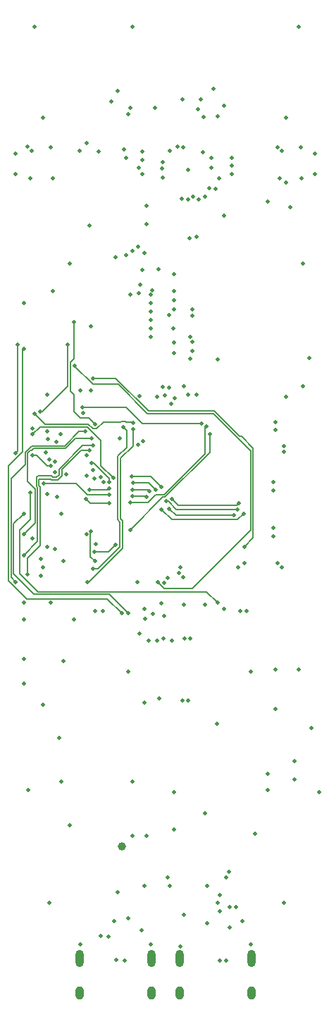
<source format=gbr>
%TF.GenerationSoftware,KiCad,Pcbnew,8.0.1*%
%TF.CreationDate,2024-03-17T21:56:14+01:00*%
%TF.ProjectId,KLST_CATERPILLAR,4b4c5354-5f43-4415-9445-5250494c4c41,rev?*%
%TF.SameCoordinates,Original*%
%TF.FileFunction,Copper,L3,Inr*%
%TF.FilePolarity,Positive*%
%FSLAX46Y46*%
G04 Gerber Fmt 4.6, Leading zero omitted, Abs format (unit mm)*
G04 Created by KiCad (PCBNEW 8.0.1) date 2024-03-17 21:56:14*
%MOMM*%
%LPD*%
G01*
G04 APERTURE LIST*
%TA.AperFunction,ComponentPad*%
%ADD10O,1.000000X2.100000*%
%TD*%
%TA.AperFunction,ComponentPad*%
%ADD11O,1.000000X1.600000*%
%TD*%
%TA.AperFunction,ViaPad*%
%ADD12C,0.500000*%
%TD*%
%TA.AperFunction,ViaPad*%
%ADD13C,1.000000*%
%TD*%
%TA.AperFunction,Conductor*%
%ADD14C,0.150000*%
%TD*%
G04 APERTURE END LIST*
D10*
%TO.N,GND*%
%TO.C,J9*%
X71680000Y-167930000D03*
D11*
X71680000Y-172110000D03*
D10*
X80320000Y-167930000D03*
D11*
X80320000Y-172110000D03*
%TD*%
D10*
%TO.N,GND*%
%TO.C,J10*%
X59680000Y-167930000D03*
D11*
X59680000Y-172110000D03*
D10*
X68320000Y-167930000D03*
D11*
X68320000Y-172110000D03*
%TD*%
D12*
%TO.N,GND*%
X59750000Y-99750000D03*
X72250000Y-162750000D03*
X53000000Y-134910000D03*
X75000000Y-163755000D03*
X57250000Y-141500000D03*
X53000000Y-127250000D03*
X67750000Y-77500000D03*
X61000000Y-92000000D03*
X71000000Y-148000000D03*
X84500000Y-100500000D03*
X84500000Y-67000000D03*
X57449996Y-146750004D03*
X86257749Y-70549300D03*
X56854998Y-105871804D03*
X70250000Y-158250000D03*
X53000000Y-89250000D03*
X53750000Y-74250000D03*
X73000000Y-95903874D03*
X67750000Y-79750000D03*
X76250000Y-96000000D03*
X72148300Y-70526651D03*
X72250000Y-125500000D03*
X78500000Y-161750000D03*
X55249998Y-67000000D03*
X79750000Y-126250000D03*
X87300000Y-95797115D03*
X55823472Y-112136646D03*
X60841294Y-79904467D03*
X88486593Y-148000000D03*
X55000000Y-120000000D03*
X67250000Y-72000000D03*
X70425000Y-90670823D03*
X82325000Y-147750000D03*
X73000000Y-93250000D03*
X54249998Y-56000000D03*
X69750000Y-129500000D03*
X75000000Y-159250000D03*
X56500000Y-87750000D03*
X84500000Y-74750000D03*
X83000000Y-111750000D03*
X56000000Y-108000000D03*
X55250000Y-121000000D03*
X67093413Y-164593413D03*
X87500000Y-140250000D03*
X78000000Y-73750000D03*
X67499996Y-126000004D03*
X66000000Y-55999998D03*
X62000000Y-71000000D03*
X71750000Y-166500000D03*
X59750000Y-166250000D03*
X55750004Y-118500000D03*
X73906587Y-65906587D03*
X86000000Y-55999988D03*
X68250000Y-166250000D03*
X54000000Y-117500000D03*
X52000000Y-73750000D03*
X69250000Y-136750000D03*
X67250000Y-73750003D03*
X80250000Y-133500002D03*
X72000000Y-64750000D03*
X79250000Y-163500000D03*
X64000000Y-83750000D03*
X57712587Y-120250000D03*
X84250000Y-161250000D03*
X65250000Y-71750000D03*
X70526333Y-70973669D03*
X76250000Y-66750000D03*
X59000000Y-127250000D03*
X88000000Y-73750000D03*
X74607412Y-66832108D03*
X65000000Y-70750000D03*
X83492354Y-70502317D03*
X78000000Y-71750000D03*
X68750000Y-65750000D03*
X77000000Y-126000000D03*
X67250000Y-71010000D03*
X53416893Y-70429432D03*
X64250000Y-160000000D03*
X83250000Y-104500000D03*
X78000000Y-72750000D03*
X72707345Y-73260000D03*
X69641599Y-74147200D03*
X71000000Y-85750000D03*
X80250000Y-166250000D03*
X73708413Y-81291587D03*
X75500000Y-73000000D03*
X57500000Y-114500000D03*
X76200000Y-139750000D03*
X56250000Y-125250000D03*
X69000000Y-100500000D03*
X53500000Y-147750000D03*
X72750000Y-137000000D03*
X55753413Y-100190240D03*
X66000000Y-146750000D03*
X73750003Y-100250000D03*
X83000000Y-117250000D03*
X55250000Y-137500000D03*
X58500000Y-152000000D03*
X56000000Y-161250000D03*
X74529094Y-71094559D03*
X74750000Y-150500000D03*
X55000000Y-122000000D03*
X61500000Y-126250000D03*
X86500000Y-84500000D03*
X56500000Y-74250000D03*
X56250000Y-70500000D03*
X86337700Y-74250034D03*
X65500000Y-133500000D03*
%TO.N,NRST*%
X60500000Y-117000000D03*
X61640793Y-118140793D03*
%TO.N,/audio_codec/MIC_BIAS*%
X69612141Y-73063520D03*
X72906579Y-81406587D03*
%TO.N,/audio_codec/LINE_OUT_RIGHT*%
X65500000Y-66500000D03*
X63500000Y-65000004D03*
%TO.N,/audio_codec/LINE_OUT_LEFT*%
X64250000Y-63750000D03*
X65750000Y-65750000D03*
%TO.N,/audio_codec/HEADPHONE_RIGHT*%
X74250000Y-64750000D03*
X71410123Y-70393992D03*
%TO.N,+3.3V*%
X77000000Y-78750000D03*
X68250000Y-89250000D03*
X83000000Y-116250000D03*
X83250000Y-103500000D03*
X72750016Y-100250000D03*
X72000000Y-137000000D03*
X68250000Y-93250000D03*
X83000000Y-110750000D03*
X66907271Y-100423662D03*
X54000000Y-104285002D03*
X79000000Y-126250000D03*
X68250000Y-91250000D03*
X52000000Y-71250000D03*
X88000000Y-71250000D03*
X56750000Y-118750000D03*
X68369087Y-87694087D03*
X83957341Y-70949324D03*
X57000001Y-112500001D03*
X57750000Y-132250000D03*
X69534176Y-125284176D03*
X68250000Y-88250000D03*
X68250000Y-92250000D03*
X68250000Y-90250000D03*
X61000000Y-99750000D03*
X76456652Y-74213417D03*
X57399778Y-105004168D03*
X71000000Y-152500000D03*
X69712573Y-72268849D03*
X53000000Y-125250000D03*
X56750000Y-108250000D03*
X60130913Y-102444087D03*
X67500000Y-137250000D03*
X83750000Y-74250000D03*
X53957298Y-70949495D03*
X53000007Y-132000007D03*
X83250000Y-138000000D03*
X58500000Y-84500000D03*
X74750000Y-125500000D03*
X73250000Y-90000000D03*
X62500000Y-126250000D03*
%TO.N,_CARD_SDMMC_CK*%
X72250000Y-99250000D03*
X73250000Y-90750000D03*
X70970000Y-92302364D03*
%TO.N,_BUTTON_PROGRAMMER*%
X65500000Y-126500000D03*
X53000000Y-114500000D03*
%TO.N,/audio_codec/MIC_IN_MONO*%
X77000000Y-65500000D03*
X75750000Y-63500000D03*
%TO.N,_LED_01*%
X80750000Y-153000000D03*
X66000000Y-153250000D03*
X67750000Y-153250000D03*
X79500000Y-120500000D03*
X82250000Y-145750000D03*
X83500000Y-120500000D03*
%TO.N,_CARD_SDMMC_D0*%
X73250000Y-93853860D03*
X71000000Y-94000000D03*
X71112587Y-100656587D03*
%TO.N,_CARD_SDMMC_D1*%
X73250000Y-94999994D03*
X70721541Y-101296577D03*
X71000000Y-95250000D03*
%TO.N,_CARD_SDMMC_D2*%
X69965743Y-100358242D03*
X71000000Y-87750000D03*
%TO.N,_CARD_SDMMC_D3*%
X71000000Y-88878874D03*
X69675138Y-99337632D03*
%TO.N,_CARD_SDMMC_CMD*%
X70425000Y-99352155D03*
X71000000Y-90000000D03*
%TO.N,_LED_00*%
X84000000Y-121000000D03*
X78750000Y-121000000D03*
D13*
%TO.N,+5V*%
X64750000Y-154500000D03*
D12*
%TO.N,_USB_DEVICE_HOST_P*%
X77250000Y-158250000D03*
X84250000Y-106375000D03*
%TO.N,/USB/VBUS_HOST_OUT*%
X70500000Y-159250000D03*
X67500000Y-159250000D03*
%TO.N,/USB/USB_CONNECTOR_MINUS*%
X76554049Y-160380036D03*
X63791079Y-163500029D03*
X64079177Y-168164588D03*
X62250000Y-165250000D03*
X77750000Y-161750000D03*
X77750000Y-164250000D03*
X76500000Y-168250000D03*
%TO.N,_SWD_IO*%
X72125000Y-122188174D03*
X67585416Y-127170821D03*
%TO.N,_SWD_CLK*%
X68500003Y-126568166D03*
X71614385Y-121665058D03*
%TO.N,_SWD_OUT*%
X71750000Y-121000000D03*
X69825000Y-126782070D03*
%TO.N,/USB/USB_CONNECTOR_PLUS*%
X65063210Y-168249964D03*
X63138171Y-165357803D03*
X76550754Y-162300754D03*
X65541237Y-163110006D03*
X77250000Y-168250000D03*
X76278027Y-161258862D03*
%TO.N,_AUDIO_CODEC_I2C_SCL*%
X69857149Y-122797992D03*
X67250000Y-85250000D03*
X65250000Y-83500000D03*
X75273561Y-75428082D03*
%TO.N,_AUDIO_CODEC_I2C_SDA*%
X66000000Y-83000000D03*
X70286161Y-122230079D03*
X69125000Y-85125000D03*
X75998115Y-75469398D03*
%TO.N,_USB_DEVICE_HOST_VBUS*%
X85500000Y-146500000D03*
X85500000Y-144250000D03*
%TO.N,I2C_USR_SDA*%
X64915000Y-104143076D03*
X61250000Y-121146001D03*
%TO.N,I2C_USR_SCL*%
X66093553Y-104396221D03*
X60637587Y-122750000D03*
%TO.N,_AUDIO_MIC_CLK*%
X65740184Y-88240184D03*
X66990184Y-86990184D03*
X82250000Y-77000000D03*
X66668553Y-106279719D03*
%TO.N,_AUDIO_CODEC_SAI_SD_OUT*%
X74749996Y-76404527D03*
X64500000Y-105500000D03*
%TO.N,GPIO_11*%
X66072670Y-103624477D03*
X54250000Y-102500002D03*
%TO.N,GPIO_10*%
X60500000Y-107500000D03*
%TO.N,GPIO_09*%
X56674963Y-109575000D03*
%TO.N,GPIO_08*%
X55605805Y-107145000D03*
%TO.N,GPIO_03_PWM*%
X52250000Y-94250000D03*
X52000000Y-107250000D03*
X54000000Y-107500000D03*
X61250000Y-109250000D03*
X56250000Y-108750000D03*
%TO.N,GPIO_02_PWM*%
X58072210Y-109825000D03*
X58250000Y-94250000D03*
X54970000Y-102301584D03*
%TO.N,GPIO_01_PWM*%
X55839999Y-105572962D03*
%TO.N,GPIO_00_PWM*%
X59000012Y-91500000D03*
X60530947Y-109968359D03*
X61500000Y-103750000D03*
%TO.N,GPIO_07*%
X55820913Y-104615913D03*
%TO.N,_AUDIO_CODEC_SAI_MCLK*%
X71921712Y-76725038D03*
X61429516Y-110310088D03*
%TO.N,_AUDIO_CODEC_SAI_SCK*%
X72759848Y-76750000D03*
X66667659Y-82417659D03*
X62254465Y-110152672D03*
X67500000Y-83250014D03*
%TO.N,_AUDIO_CODEC_SAI_FS*%
X62548086Y-110735763D03*
X73329177Y-76414588D03*
%TO.N,SPI_USR_MISO*%
X53000000Y-119500000D03*
X61266002Y-106311141D03*
%TO.N,SPI_USR_MOSI*%
X60835095Y-106925000D03*
X53406587Y-121843413D03*
%TO.N,SERIAL_USR_RX*%
X61069455Y-116697098D03*
X61500000Y-120250000D03*
%TO.N,_AUDIO_CODEC_SAI_SD_IN*%
X74000000Y-76750000D03*
X66597678Y-122724025D03*
%TO.N,GPIO_05_ADC*%
X64750000Y-126500000D03*
X53000000Y-94750000D03*
%TO.N,GPIO_04_ADC*%
X59120000Y-96719975D03*
X69109478Y-122738892D03*
%TO.N,GPIO_17*%
X76250000Y-125250000D03*
X53750000Y-112000000D03*
%TO.N,GPIO_16*%
X60851564Y-111659839D03*
X68085412Y-111829177D03*
X66000000Y-111689752D03*
X63250000Y-111499994D03*
X78249997Y-114675000D03*
X70420823Y-113914588D03*
%TO.N,GPIO_15*%
X79390694Y-114500007D03*
X55343411Y-110906585D03*
X69500000Y-114000000D03*
X63250000Y-112249997D03*
X67750000Y-112500000D03*
X66000000Y-112437397D03*
%TO.N,GPIO_14*%
X63250001Y-110749992D03*
X66085412Y-110829177D03*
X78630267Y-114028549D03*
X61095407Y-108460000D03*
X70088014Y-113027820D03*
X68807421Y-111626183D03*
%TO.N,GPIO_13*%
X78795968Y-113297079D03*
X70750000Y-112750000D03*
X63750000Y-110250000D03*
X65975992Y-110087200D03*
X54000000Y-105000000D03*
X69500000Y-111351887D03*
%TO.N,SPI_USR_SCK*%
X52000002Y-122750000D03*
X60353230Y-104646770D03*
%TO.N,GPIO_12*%
X74287587Y-103727918D03*
X60000000Y-101750000D03*
%TO.N,SERIAL_USR_TX*%
X75324996Y-105000000D03*
X64000000Y-118250000D03*
X65749994Y-116500006D03*
X61477214Y-119117546D03*
%TO.N,SPI_USR_CS*%
X61145002Y-105500000D03*
X53000000Y-117000000D03*
%TO.N,_AUDIO_MIC_DATA*%
X85000000Y-77750000D03*
X67282860Y-105849450D03*
X66771771Y-88021771D03*
%TO.N,+1.8V*%
X66750000Y-73000000D03*
X86500000Y-99250000D03*
X86000000Y-133250000D03*
X75500000Y-71750000D03*
X83250000Y-133250000D03*
%TO.N,GPIO_06*%
X79500000Y-118500000D03*
X61299980Y-98300000D03*
%TO.N,/programmer/SWD_IO*%
X66877264Y-128925000D03*
%TO.N,/programmer/SWD_CLK*%
X68000000Y-129750000D03*
%TO.N,/programmer/SWD_OUT*%
X69000000Y-129749991D03*
%TO.N,/programmer/SERIAL_RX*%
X73000000Y-129500000D03*
%TO.N,/programmer/SERIAL_TX*%
X72259662Y-129490338D03*
%TO.N,/audio_codec/(LINE_IN_LEFT)*%
X59677199Y-70927199D03*
X60500000Y-70000000D03*
%TO.N,/programmer/RST*%
X70750000Y-129750000D03*
%TO.N,_USB_DEVICE_HOST_N*%
X84250000Y-107125000D03*
X77625735Y-157525735D03*
%TO.N,GPIO_18*%
X65750000Y-113187108D03*
X74933989Y-104000000D03*
X60445139Y-112784672D03*
X63250000Y-113249992D03*
%TD*%
D14*
%TO.N,_BUTTON_PROGRAMMER*%
X53000000Y-114500000D02*
X51750000Y-115750000D01*
X51750000Y-121750000D02*
X54205000Y-124205000D01*
X63205000Y-124205000D02*
X65500000Y-126500000D01*
X51750000Y-115750000D02*
X51750000Y-121750000D01*
X54205000Y-124205000D02*
X63205000Y-124205000D01*
%TO.N,I2C_USR_SDA*%
X65311240Y-106577561D02*
X65311240Y-104539316D01*
X65311240Y-104539316D02*
X64915000Y-104143076D01*
X64543585Y-118519588D02*
X64543585Y-115523951D01*
X64255000Y-115235366D02*
X64255000Y-107633801D01*
X61917172Y-121146001D02*
X64543585Y-118519588D01*
X61250000Y-121146001D02*
X61917172Y-121146001D01*
X64255000Y-107633801D02*
X65311240Y-106577561D01*
X64543585Y-115523951D02*
X64255000Y-115235366D01*
%TO.N,I2C_USR_SCL*%
X64838585Y-115401757D02*
X64610367Y-115173539D01*
X60637587Y-122750000D02*
X60750000Y-122750000D01*
X60750000Y-122750000D02*
X64838585Y-118661415D01*
X64610367Y-115173539D02*
X64610367Y-107870000D01*
X66093553Y-106386814D02*
X66093553Y-104396221D01*
X64610367Y-107870000D02*
X66093553Y-106386814D01*
X64838585Y-118661415D02*
X64838585Y-115401757D01*
%TO.N,GPIO_11*%
X66072670Y-103624477D02*
X65993193Y-103545000D01*
X60731826Y-103795000D02*
X55544998Y-103795000D01*
X64724400Y-103436376D02*
X64615776Y-103545000D01*
X55544998Y-103795000D02*
X54250000Y-102500002D01*
X64615776Y-103545000D02*
X62518173Y-103545000D01*
X62518173Y-103545000D02*
X61738173Y-104325000D01*
X65200746Y-103436376D02*
X64724400Y-103436376D01*
X65993193Y-103545000D02*
X65309370Y-103545000D01*
X61738173Y-104325000D02*
X61261827Y-104325000D01*
X61261827Y-104325000D02*
X60731826Y-103795000D01*
X65309370Y-103545000D02*
X65200746Y-103436376D01*
%TO.N,GPIO_03_PWM*%
X54500000Y-107500000D02*
X54000000Y-107500000D01*
X55750000Y-108750000D02*
X54500000Y-107500000D01*
X52250000Y-94250000D02*
X52250000Y-107000000D01*
X52250000Y-107000000D02*
X52000000Y-107250000D01*
X55750000Y-108750000D02*
X56250000Y-108750000D01*
%TO.N,GPIO_02_PWM*%
X58250000Y-99250000D02*
X55198416Y-102301584D01*
X58250000Y-94250000D02*
X58250000Y-99250000D01*
X55198416Y-102301584D02*
X54970000Y-102301584D01*
%TO.N,GPIO_00_PWM*%
X58545000Y-96372194D02*
X58545000Y-99795000D01*
X59000000Y-102250000D02*
X59750000Y-103000000D01*
X59000000Y-100250000D02*
X59000000Y-102250000D01*
X59000012Y-95917182D02*
X58545000Y-96372194D01*
X59750000Y-103000000D02*
X60750000Y-103000000D01*
X58545000Y-99795000D02*
X59000000Y-100250000D01*
X60750000Y-103000000D02*
X61500000Y-103750000D01*
X59000012Y-91500000D02*
X59000012Y-95917182D01*
%TO.N,SPI_USR_MISO*%
X54473411Y-111266951D02*
X54473411Y-110161407D01*
X53000000Y-119500000D02*
X54630000Y-117870000D01*
X54630000Y-117870000D02*
X54630000Y-111423541D01*
X57202210Y-109165677D02*
X60056746Y-106311141D01*
X56436790Y-110150000D02*
X56913136Y-110150000D01*
X54661578Y-109973240D02*
X56260030Y-109973240D01*
X56260030Y-109973240D02*
X56436790Y-110150000D01*
X60056746Y-106311141D02*
X61266002Y-106311141D01*
X54473411Y-110161407D02*
X54661578Y-109973240D01*
X56913136Y-110150000D02*
X57202210Y-109860926D01*
X54630000Y-111423541D02*
X54473411Y-111266951D01*
X57202210Y-109860926D02*
X57202210Y-109165677D01*
%TO.N,SPI_USR_MOSI*%
X54925000Y-111301347D02*
X54768411Y-111144758D01*
X57035330Y-110445000D02*
X57544963Y-109935366D01*
X54925000Y-118325000D02*
X54925000Y-111301347D01*
X54768411Y-110370000D02*
X56239596Y-110370000D01*
X56314597Y-110445000D02*
X57035330Y-110445000D01*
X54768411Y-111144758D02*
X54768411Y-110370000D01*
X53406587Y-121843413D02*
X53406587Y-119843413D01*
X57544963Y-109240117D02*
X59860080Y-106925000D01*
X56239596Y-110370000D02*
X56314597Y-110445000D01*
X59860080Y-106925000D02*
X60835095Y-106925000D01*
X57544963Y-109935366D02*
X57544963Y-109240117D01*
X53406587Y-119843413D02*
X54925000Y-118325000D01*
%TO.N,SERIAL_USR_RX*%
X61069455Y-116697098D02*
X60970000Y-116796553D01*
X60970000Y-119720000D02*
X61500000Y-120250000D01*
X60970000Y-116796553D02*
X60970000Y-119720000D01*
%TO.N,GPIO_05_ADC*%
X52825000Y-107113077D02*
X51130000Y-108808077D01*
X53335321Y-124750000D02*
X63000000Y-124750000D01*
X52825000Y-94925000D02*
X52825000Y-107113077D01*
X51130000Y-122544679D02*
X53335321Y-124750000D01*
X53000000Y-94750000D02*
X52825000Y-94925000D01*
X63000000Y-124750000D02*
X64750000Y-126500000D01*
X51130000Y-108808077D02*
X51130000Y-122544679D01*
%TO.N,GPIO_04_ADC*%
X69870586Y-123500000D02*
X69109478Y-122738892D01*
X80250000Y-107000000D02*
X80250000Y-116500000D01*
X80250000Y-116500000D02*
X73250000Y-123500000D01*
X73250000Y-123500000D02*
X69870586Y-123500000D01*
X59120000Y-96719975D02*
X59120000Y-96870000D01*
X61250000Y-99000000D02*
X64319408Y-99000000D01*
X75750000Y-102500000D02*
X80250000Y-107000000D01*
X59120000Y-96870000D02*
X61250000Y-99000000D01*
X64319408Y-99000000D02*
X67819409Y-102500000D01*
X67819409Y-102500000D02*
X75750000Y-102500000D01*
%TO.N,GPIO_17*%
X52500000Y-116500000D02*
X53750000Y-115250000D01*
X52500000Y-121750000D02*
X52500000Y-116500000D01*
X76250000Y-125250000D02*
X74910000Y-123910000D01*
X53750000Y-115250000D02*
X53750000Y-112000000D01*
X74910000Y-123910000D02*
X54660000Y-123910000D01*
X54660000Y-123910000D02*
X52500000Y-121750000D01*
%TO.N,GPIO_16*%
X78249997Y-114675000D02*
X78174997Y-114750000D01*
X68085412Y-111829177D02*
X67945987Y-111689752D01*
X71256235Y-114750000D02*
X70420823Y-113914588D01*
X78174997Y-114750000D02*
X71256235Y-114750000D01*
X63090155Y-111659839D02*
X63250000Y-111499994D01*
X60851564Y-111659839D02*
X63090155Y-111659839D01*
X67945987Y-111689752D02*
X66000000Y-111689752D01*
%TO.N,GPIO_15*%
X60628549Y-112249997D02*
X63250000Y-112249997D01*
X55343411Y-110906585D02*
X59285137Y-110906585D01*
X79390694Y-114500007D02*
X78640701Y-115250000D01*
X70750000Y-115250000D02*
X69500000Y-114000000D01*
X67687397Y-112437397D02*
X66000000Y-112437397D01*
X67750000Y-112500000D02*
X67687397Y-112437397D01*
X78640701Y-115250000D02*
X70750000Y-115250000D01*
X59285137Y-110906585D02*
X60628549Y-112249997D01*
%TO.N,GPIO_14*%
X70347228Y-113027820D02*
X70088014Y-113027820D01*
X61374966Y-108460000D02*
X63250001Y-110335035D01*
X71319408Y-114000000D02*
X70347228Y-113027820D01*
X68010415Y-110829177D02*
X66085412Y-110829177D01*
X63250001Y-110335035D02*
X63250001Y-110749992D01*
X78630267Y-114028549D02*
X78601718Y-114000000D01*
X78601718Y-114000000D02*
X71319408Y-114000000D01*
X61095407Y-108460000D02*
X61374966Y-108460000D01*
X68807421Y-111626183D02*
X68010415Y-110829177D01*
%TO.N,GPIO_13*%
X71500000Y-113500000D02*
X78593047Y-113500000D01*
X62250000Y-105730367D02*
X62250000Y-108750000D01*
X78593047Y-113500000D02*
X78795968Y-113297079D01*
X62250000Y-108750000D02*
X63750000Y-110250000D01*
X68235313Y-110087200D02*
X65975992Y-110087200D01*
X54000000Y-105000000D02*
X54910000Y-104090000D01*
X60609633Y-104090000D02*
X62250000Y-105730367D01*
X70750000Y-112750000D02*
X71500000Y-113500000D01*
X54910000Y-104090000D02*
X60609633Y-104090000D01*
X69500000Y-111351887D02*
X68235313Y-110087200D01*
%TO.N,SPI_USR_SCK*%
X52000002Y-122750000D02*
X51425000Y-122174998D01*
X57870000Y-106380000D02*
X59603230Y-104646770D01*
X59603230Y-104646770D02*
X60353230Y-104646770D01*
X53130000Y-108600367D02*
X53130000Y-107139633D01*
X51425000Y-122174998D02*
X51425000Y-110305367D01*
X51425000Y-110305367D02*
X53130000Y-108600367D01*
X53130000Y-107139633D02*
X53889633Y-106380000D01*
X53889633Y-106380000D02*
X57870000Y-106380000D01*
%TO.N,GPIO_12*%
X60000000Y-101750000D02*
X65250000Y-101750000D01*
X65250000Y-101750000D02*
X67227918Y-103727918D01*
X67227918Y-103727918D02*
X74287587Y-103727918D01*
%TO.N,SERIAL_USR_TX*%
X65749994Y-116500006D02*
X69706767Y-112543233D01*
X64000000Y-118250000D02*
X63132454Y-119117546D01*
X75324996Y-107155370D02*
X75324996Y-105000000D01*
X63132454Y-119117546D02*
X61477214Y-119117546D01*
X69706767Y-112543233D02*
X69937133Y-112543233D01*
X69937133Y-112543233D02*
X75324996Y-107155370D01*
%TO.N,SPI_USR_CS*%
X53761827Y-106925000D02*
X53907807Y-106925000D01*
X53425000Y-110635733D02*
X53425000Y-107261827D01*
X53907807Y-106925000D02*
X54157807Y-106675000D01*
X59167194Y-105500000D02*
X61145002Y-105500000D01*
X54157807Y-106675000D02*
X57992194Y-106675000D01*
X54335000Y-115665000D02*
X54335000Y-111545733D01*
X53000000Y-117000000D02*
X54335000Y-115665000D01*
X57992194Y-106675000D02*
X59167194Y-105500000D01*
X54335000Y-111545733D02*
X53425000Y-110635733D01*
X53425000Y-107261827D02*
X53761827Y-106925000D01*
%TO.N,GPIO_06*%
X79500000Y-118500000D02*
X80545000Y-117455000D01*
X64036602Y-98300000D02*
X61299980Y-98300000D01*
X79122193Y-105205000D02*
X78872193Y-105205000D01*
X80545000Y-106627806D02*
X79122193Y-105205000D01*
X80545000Y-117455000D02*
X80545000Y-106627806D01*
X78872193Y-105205000D02*
X75872193Y-102205000D01*
X67941603Y-102205000D02*
X64036602Y-98300000D01*
X75872193Y-102205000D02*
X67941603Y-102205000D01*
%TO.N,GPIO_18*%
X67876065Y-113187108D02*
X68814940Y-112248233D01*
X60910459Y-113249992D02*
X63250000Y-113249992D01*
X74749996Y-104183993D02*
X74933989Y-104000000D01*
X69814940Y-112248233D02*
X74749996Y-107313177D01*
X65750000Y-113187108D02*
X67876065Y-113187108D01*
X60445139Y-112784672D02*
X60910459Y-113249992D01*
X68814940Y-112248233D02*
X69814940Y-112248233D01*
X74749996Y-107313177D02*
X74749996Y-104183993D01*
%TD*%
M02*

</source>
